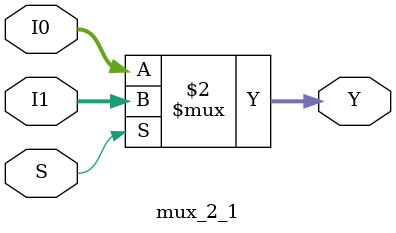
<source format=v>
`timescale 1ns / 1ps

module mux_2_1(
    input [7:0] I0, I1,
    input S,
    output [7:0] Y
    );

assign Y = (S == 1) ? (I1) : (I0);
    
endmodule

</source>
